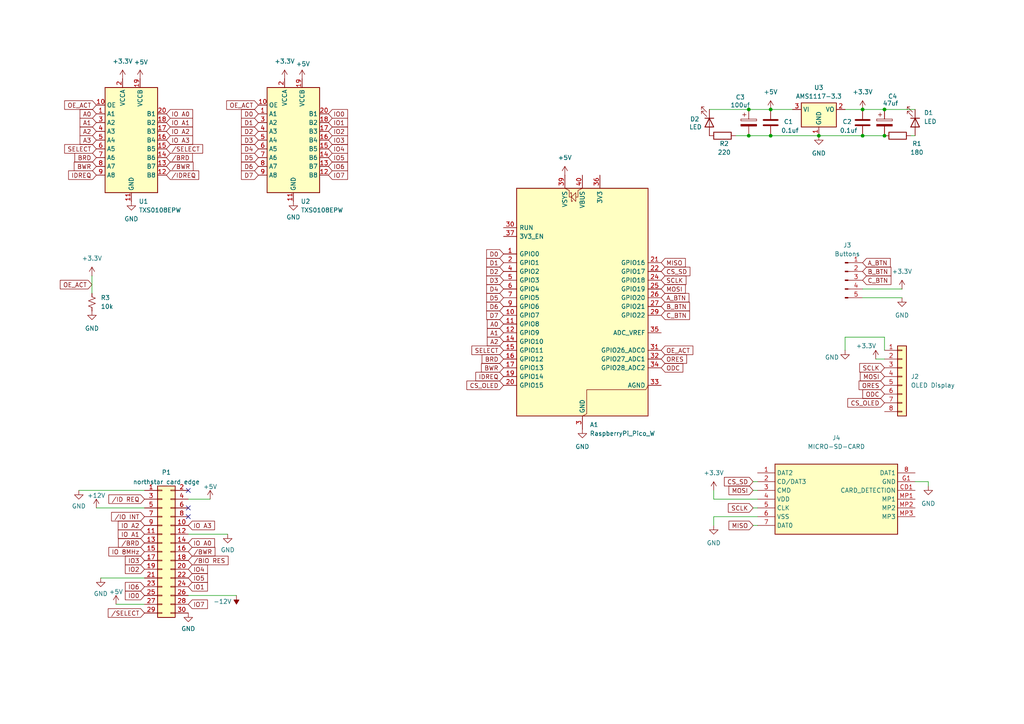
<source format=kicad_sch>
(kicad_sch (version 20250114) (generator "eeschema") (generator_version "9.0")
  (paper "A4")
  (title_block (title "NorthStar Advantage Disk Emulator") (date "2025-06-16") (rev "0.1") (company "Carlos & Evan "))
  (lib_symbols
    (symbol "+5V_1" (power) (pin_numbers (hide yes)) (pin_names (offset 0) (hide yes))
      (property "Value" "+5V" (at 0 3.556 0))
      (symbol "+5V_1_0_1"
        (polyline (pts (xy -0.762 1.27) (xy 0 2.54)))
        (polyline (pts (xy 0 2.54) (xy 0.762 1.27)))
        (polyline (pts (xy 0 0) (xy 0 2.54)))
      )
      (symbol "+5V_1_1_1"
        (pin power_in line (at 0 0 90) (length 0) (name "~") (number "1"))
      )
    )
    (symbol "+5V_2" (power) (pin_numbers (hide yes)) (pin_names (offset 0) (hide yes))
      (property "Value" "+5V" (at 0 3.556 0))
      (symbol "+5V_2_0_1"
        (polyline (pts (xy -0.762 1.27) (xy 0 2.54)))
        (polyline (pts (xy 0 2.54) (xy 0.762 1.27)))
        (polyline (pts (xy 0 0) (xy 0 2.54)))
      )
      (symbol "+5V_2_1_1"
        (pin power_in line (at 0 0 90) (length 0) (name "~") (number "1"))
      )
    )
    (symbol "+5V_3" (power) (pin_numbers (hide yes)) (pin_names (offset 0) (hide yes))
      (property "Value" "+5V" (at 0 3.556 0))
      (symbol "+5V_3_0_1"
        (polyline (pts (xy -0.762 1.27) (xy 0 2.54)))
        (polyline (pts (xy 0 2.54) (xy 0.762 1.27)))
        (polyline (pts (xy 0 0) (xy 0 2.54)))
      )
      (symbol "+5V_3_1_1"
        (pin power_in line (at 0 0 90) (length 0) (name "~") (number "1"))
      )
    )
    (symbol "Connector:Conn_01x05_Pin" (pin_names (offset 1.016) (hide yes))
      (property "Reference" "J" (at 0 7.62 0))
      (property "Value" "Conn_01x05_Pin" (at 0 -7.62 0))
      (symbol "Conn_01x05_Pin_1_1"
        (rectangle (start 0.8636 5.207) (end 0 4.953) (stroke (width 0.1524)) (fill (type outline)))
        (rectangle (start 0.8636 2.667) (end 0 2.413) (stroke (width 0.1524)) (fill (type outline)))
        (rectangle (start 0.8636 0.127) (end 0 -0.127) (stroke (width 0.1524)) (fill (type outline)))
        (rectangle (start 0.8636 -2.413) (end 0 -2.667) (stroke (width 0.1524)) (fill (type outline)))
        (rectangle (start 0.8636 -4.953) (end 0 -5.207) (stroke (width 0.1524)) (fill (type outline)))
        (polyline (pts (xy 1.27 5.08) (xy 0.8636 5.08)) (stroke (width 0.1524)))
        (polyline (pts (xy 1.27 2.54) (xy 0.8636 2.54)) (stroke (width 0.1524)))
        (polyline (pts (xy 1.27 0) (xy 0.8636 0)) (stroke (width 0.1524)))
        (polyline (pts (xy 1.27 -2.54) (xy 0.8636 -2.54)) (stroke (width 0.1524)))
        (polyline (pts (xy 1.27 -5.08) (xy 0.8636 -5.08)) (stroke (width 0.1524)))
        (pin passive line (at 5.08 5.08 180) (length 3.81) (name "Pin_1") (number "1"))
        (pin passive line (at 5.08 2.54 180) (length 3.81) (name "Pin_2") (number "2"))
        (pin passive line (at 5.08 0 180) (length 3.81) (name "Pin_3") (number "3"))
        (pin passive line (at 5.08 -2.54 180) (length 3.81) (name "Pin_4") (number "4"))
        (pin passive line (at 5.08 -5.08 180) (length 3.81) (name "Pin_5") (number "5"))
      )
    )
    (symbol "Connector_Generic:Conn_01x08" (pin_names (offset 1.016) (hide yes))
      (property "Reference" "J" (at 0 10.16 0))
      (property "Value" "Conn_01x08" (at 0 -12.7 0))
      (symbol "Conn_01x08_1_1"
        (rectangle (start -1.27 8.89) (end 1.27 -11.43) (stroke (width 0.254)) (fill (type background)))
        (rectangle (start -1.27 7.747) (end 0 7.493) (stroke (width 0.1524)))
        (rectangle (start -1.27 5.207) (end 0 4.953) (stroke (width 0.1524)))
        (rectangle (start -1.27 2.667) (end 0 2.413) (stroke (width 0.1524)))
        (rectangle (start -1.27 0.127) (end 0 -0.127) (stroke (width 0.1524)))
        (rectangle (start -1.27 -2.413) (end 0 -2.667) (stroke (width 0.1524)))
        (rectangle (start -1.27 -4.953) (end 0 -5.207) (stroke (width 0.1524)))
        (rectangle (start -1.27 -7.493) (end 0 -7.747) (stroke (width 0.1524)))
        (rectangle (start -1.27 -10.033) (end 0 -10.287) (stroke (width 0.1524)))
        (pin passive line (at -5.08 7.62 0) (length 3.81) (name "Pin_1") (number "1"))
        (pin passive line (at -5.08 5.08 0) (length 3.81) (name "Pin_2") (number "2"))
        (pin passive line (at -5.08 2.54 0) (length 3.81) (name "Pin_3") (number "3"))
        (pin passive line (at -5.08 0 0) (length 3.81) (name "Pin_4") (number "4"))
        (pin passive line (at -5.08 -2.54 0) (length 3.81) (name "Pin_5") (number "5"))
        (pin passive line (at -5.08 -5.08 0) (length 3.81) (name "Pin_6") (number "6"))
        (pin passive line (at -5.08 -7.62 0) (length 3.81) (name "Pin_7") (number "7"))
        (pin passive line (at -5.08 -10.16 0) (length 3.81) (name "Pin_8") (number "8"))
      )
    )
    (symbol "Connector_Generic:Conn_02x15_Odd_Even" (pin_names (offset 1.016) (hide yes))
      (property "Reference" "J" (at 1.27 20.32 0))
      (property "Value" "Conn_02x15_Odd_Even" (at 1.27 -20.32 0))
      (symbol "Conn_02x15_Odd_Even_1_1"
        (rectangle (start -1.27 19.05) (end 3.81 -19.05) (stroke (width 0.254)) (fill (type background)))
        (rectangle (start -1.27 17.907) (end 0 17.653) (stroke (width 0.1524)))
        (rectangle (start -1.27 15.367) (end 0 15.113) (stroke (width 0.1524)))
        (rectangle (start -1.27 12.827) (end 0 12.573) (stroke (width 0.1524)))
        (rectangle (start -1.27 10.287) (end 0 10.033) (stroke (width 0.1524)))
        (rectangle (start -1.27 7.747) (end 0 7.493) (stroke (width 0.1524)))
        (rectangle (start -1.27 5.207) (end 0 4.953) (stroke (width 0.1524)))
        (rectangle (start -1.27 2.667) (end 0 2.413) (stroke (width 0.1524)))
        (rectangle (start -1.27 0.127) (end 0 -0.127) (stroke (width 0.1524)))
        (rectangle (start -1.27 -2.413) (end 0 -2.667) (stroke (width 0.1524)))
        (rectangle (start -1.27 -4.953) (end 0 -5.207) (stroke (width 0.1524)))
        (rectangle (start -1.27 -7.493) (end 0 -7.747) (stroke (width 0.1524)))
        (rectangle (start -1.27 -10.033) (end 0 -10.287) (stroke (width 0.1524)))
        (rectangle (start -1.27 -12.573) (end 0 -12.827) (stroke (width 0.1524)))
        (rectangle (start -1.27 -15.113) (end 0 -15.367) (stroke (width 0.1524)))
        (rectangle (start -1.27 -17.653) (end 0 -17.907) (stroke (width 0.1524)))
        (rectangle (start 3.81 17.907) (end 2.54 17.653) (stroke (width 0.1524)))
        (rectangle (start 3.81 15.367) (end 2.54 15.113) (stroke (width 0.1524)))
        (rectangle (start 3.81 12.827) (end 2.54 12.573) (stroke (width 0.1524)))
        (rectangle (start 3.81 10.287) (end 2.54 10.033) (stroke (width 0.1524)))
        (rectangle (start 3.81 7.747) (end 2.54 7.493) (stroke (width 0.1524)))
        (rectangle (start 3.81 5.207) (end 2.54 4.953) (stroke (width 0.1524)))
        (rectangle (start 3.81 2.667) (end 2.54 2.413) (stroke (width 0.1524)))
        (rectangle (start 3.81 0.127) (end 2.54 -0.127) (stroke (width 0.1524)))
        (rectangle (start 3.81 -2.413) (end 2.54 -2.667) (stroke (width 0.1524)))
        (rectangle (start 3.81 -4.953) (end 2.54 -5.207) (stroke (width 0.1524)))
        (rectangle (start 3.81 -7.493) (end 2.54 -7.747) (stroke (width 0.1524)))
        (rectangle (start 3.81 -10.033) (end 2.54 -10.287) (stroke (width 0.1524)))
        (rectangle (start 3.81 -12.573) (end 2.54 -12.827) (stroke (width 0.1524)))
        (rectangle (start 3.81 -15.113) (end 2.54 -15.367) (stroke (width 0.1524)))
        (rectangle (start 3.81 -17.653) (end 2.54 -17.907) (stroke (width 0.1524)))
        (pin passive line (at -5.08 17.78 0) (length 3.81) (name "Pin_1") (number "1"))
        (pin passive line (at -5.08 15.24 0) (length 3.81) (name "Pin_3") (number "3"))
        (pin passive line (at -5.08 12.7 0) (length 3.81) (name "Pin_5") (number "5"))
        (pin passive line (at -5.08 10.16 0) (length 3.81) (name "Pin_7") (number "7"))
        (pin passive line (at -5.08 7.62 0) (length 3.81) (name "Pin_9") (number "9"))
        (pin passive line (at -5.08 5.08 0) (length 3.81) (name "Pin_11") (number "11"))
        (pin passive line (at -5.08 2.54 0) (length 3.81) (name "Pin_13") (number "13"))
        (pin passive line (at -5.08 0 0) (length 3.81) (name "Pin_15") (number "15"))
        (pin passive line (at -5.08 -2.54 0) (length 3.81) (name "Pin_17") (number "17"))
        (pin passive line (at -5.08 -5.08 0) (length 3.81) (name "Pin_19") (number "19"))
        (pin passive line (at -5.08 -7.62 0) (length 3.81) (name "Pin_21") (number "21"))
        (pin passive line (at -5.08 -10.16 0) (length 3.81) (name "Pin_23") (number "23"))
        (pin passive line (at -5.08 -12.7 0) (length 3.81) (name "Pin_25") (number "25"))
        (pin passive line (at -5.08 -15.24 0) (length 3.81) (name "Pin_27") (number "27"))
        (pin passive line (at -5.08 -17.78 0) (length 3.81) (name "Pin_29") (number "29"))
        (pin passive line (at 7.62 17.78 180) (length 3.81) (name "Pin_2") (number "2"))
        (pin passive line (at 7.62 15.24 180) (length 3.81) (name "Pin_4") (number "4"))
        (pin passive line (at 7.62 12.7 180) (length 3.81) (name "Pin_6") (number "6"))
        (pin passive line (at 7.62 10.16 180) (length 3.81) (name "Pin_8") (number "8"))
        (pin passive line (at 7.62 7.62 180) (length 3.81) (name "Pin_10") (number "10"))
        (pin passive line (at 7.62 5.08 180) (length 3.81) (name "Pin_12") (number "12"))
        (pin passive line (at 7.62 2.54 180) (length 3.81) (name "Pin_14") (number "14"))
        (pin passive line (at 7.62 0 180) (length 3.81) (name "Pin_16") (number "16"))
        (pin passive line (at 7.62 -2.54 180) (length 3.81) (name "Pin_18") (number "18"))
        (pin passive line (at 7.62 -5.08 180) (length 3.81) (name "Pin_20") (number "20"))
        (pin passive line (at 7.62 -7.62 180) (length 3.81) (name "Pin_22") (number "22"))
        (pin passive line (at 7.62 -10.16 180) (length 3.81) (name "Pin_24") (number "24"))
        (pin passive line (at 7.62 -12.7 180) (length 3.81) (name "Pin_26") (number "26"))
        (pin passive line (at 7.62 -15.24 180) (length 3.81) (name "Pin_28") (number "28"))
        (pin passive line (at 7.62 -17.78 180) (length 3.81) (name "Pin_30") (number "30"))
      )
    )
    (symbol "Device:C" (pin_numbers (hide yes)) (pin_names (offset 0.254))
      (property "Reference" "C" (at 0.635 2.54 0))
      (property "Value" "C" (at 0.635 -2.54 0))
      (symbol "C_0_1"
        (polyline (pts (xy -2.032 0.762) (xy 2.032 0.762)) (stroke (width 0.508)))
        (polyline (pts (xy -2.032 -0.762) (xy 2.032 -0.762)) (stroke (width 0.508)))
      )
      (symbol "C_1_1"
        (pin passive line (at 0 3.81 270) (length 2.794) (name "~") (number "1"))
        (pin passive line (at 0 -3.81 90) (length 2.794) (name "~") (number "2"))
      )
    )
    (symbol "Device:C_Polarized" (pin_numbers (hide yes)) (pin_names (offset 0.254))
      (property "Reference" "C" (at 0.635 2.54 0))
      (property "Value" "C_Polarized" (at 0.635 -2.54 0))
      (symbol "C_Polarized_0_1"
        (rectangle (start -2.286 0.508) (end 2.286 1.016))
        (polyline (pts (xy -1.778 2.286) (xy -0.762 2.286)))
        (polyline (pts (xy -1.27 2.794) (xy -1.27 1.778)))
        (rectangle (start 2.286 -0.508) (end -2.286 -1.016) (fill (type outline)))
      )
      (symbol "C_Polarized_1_1"
        (pin passive line (at 0 3.81 270) (length 2.794) (name "~") (number "1"))
        (pin passive line (at 0 -3.81 90) (length 2.794) (name "~") (number "2"))
      )
    )
    (symbol "Device:LED" (pin_numbers (hide yes)) (pin_names (offset 1.016) (hide yes))
      (property "Reference" "D" (at 0 2.54 0))
      (property "Value" "LED" (at 0 -2.54 0))
      (symbol "LED_0_1"
        (polyline (pts (xy -3.048 -0.762) (xy -4.572 -2.286) (xy -3.81 -2.286) (xy -4.572 -2.286) (xy -4.572 -1.524)))
        (polyline (pts (xy -1.778 -0.762) (xy -3.302 -2.286) (xy -2.54 -2.286) (xy -3.302 -2.286) (xy -3.302 -1.524)))
        (polyline (pts (xy -1.27 0) (xy 1.27 0)))
        (polyline (pts (xy -1.27 -1.27) (xy -1.27 1.27)) (stroke (width 0.254)))
        (polyline (pts (xy 1.27 -1.27) (xy 1.27 1.27) (xy -1.27 0) (xy 1.27 -1.27)) (stroke (width 0.254)))
      )
      (symbol "LED_1_1"
        (pin passive line (at -3.81 0 0) (length 2.54) (name "K") (number "1"))
        (pin passive line (at 3.81 0 180) (length 2.54) (name "A") (number "2"))
      )
    )
    (symbol "Device:R" (pin_numbers (hide yes)) (pin_names (offset 0))
      (property "Reference" "R" (at 2.032 0 90))
      (property "Value" "R" (at 0 0 90))
      (symbol "R_0_1"
        (rectangle (start -1.016 -2.54) (end 1.016 2.54) (stroke (width 0.254)))
      )
      (symbol "R_1_1"
        (pin passive line (at 0 3.81 270) (length 1.27) (name "~") (number "1"))
        (pin passive line (at 0 -3.81 90) (length 1.27) (name "~") (number "2"))
      )
    )
    (symbol "Device:R_Small_US" (pin_numbers (hide yes)) (pin_names (offset 0.254) (hide yes))
      (property "Reference" "R" (at 0.762 0.508 0))
      (property "Value" "R_Small_US" (at 0.762 -1.016 0))
      (symbol "R_Small_US_1_1"
        (polyline (pts (xy 0 1.524) (xy 1.016 1.143) (xy 0 0.762) (xy -1.016 0.381) (xy 0 0)))
        (polyline (pts (xy 0 0) (xy 1.016 -0.381) (xy 0 -0.762) (xy -1.016 -1.143) (xy 0 -1.524)))
        (pin passive line (at 0 2.54 270) (length 1.016) (name "~") (number "1"))
        (pin passive line (at 0 -2.54 90) (length 1.016) (name "~") (number "2"))
      )
    )
    (symbol "GND_1" (power) (pin_numbers (hide yes)) (pin_names (offset 0) (hide yes))
      (property "Value" "GND" (at 0 -3.81 0))
      (symbol "GND_1_0_1"
        (polyline (pts (xy 0 0) (xy 0 -1.27) (xy 1.27 -1.27) (xy 0 -2.54) (xy -1.27 -1.27) (xy 0 -1.27)))
      )
      (symbol "GND_1_1_1"
        (pin power_in line (at 0 0 270) (length 0) (name "~") (number "1"))
      )
    )
    (symbol "GND_2" (power) (pin_numbers (hide yes)) (pin_names (offset 0) (hide yes))
      (property "Value" "GND" (at 0 -3.81 0))
      (symbol "GND_2_0_1"
        (polyline (pts (xy 0 0) (xy 0 -1.27) (xy 1.27 -1.27) (xy 0 -2.54) (xy -1.27 -1.27) (xy 0 -1.27)))
      )
      (symbol "GND_2_1_1"
        (pin power_in line (at 0 0 270) (length 0) (name "~") (number "1"))
      )
    )
    (symbol "GND_3" (power) (pin_numbers (hide yes)) (pin_names (offset 0) (hide yes))
      (property "Value" "GND" (at 0 -3.81 0))
      (symbol "GND_3_0_1"
        (polyline (pts (xy 0 0) (xy 0 -1.27) (xy 1.27 -1.27) (xy 0 -2.54) (xy -1.27 -1.27) (xy 0 -1.27)))
      )
      (symbol "GND_3_1_1"
        (pin power_in line (at 0 0 270) (length 0) (name "~") (number "1"))
      )
    )
    (symbol "GND_4" (power) (pin_numbers (hide yes)) (pin_names (offset 0) (hide yes))
      (property "Value" "GND" (at 0 -3.81 0))
      (symbol "GND_4_0_1"
        (polyline (pts (xy 0 0) (xy 0 -1.27) (xy 1.27 -1.27) (xy 0 -2.54) (xy -1.27 -1.27) (xy 0 -1.27)))
      )
      (symbol "GND_4_1_1"
        (pin power_in line (at 0 0 270) (length 0) (name "~") (number "1"))
      )
    )
    (symbol "GND_5" (power) (pin_numbers (hide yes)) (pin_names (offset 0) (hide yes))
      (property "Value" "GND" (at 0 -3.81 0))
      (symbol "GND_5_0_1"
        (polyline (pts (xy 0 0) (xy 0 -1.27) (xy 1.27 -1.27) (xy 0 -2.54) (xy -1.27 -1.27) (xy 0 -1.27)))
      )
      (symbol "GND_5_1_1"
        (pin power_in line (at 0 0 270) (length 0) (name "~") (number "1"))
      )
    )
    (symbol "GND_6" (power) (pin_numbers (hide yes)) (pin_names (offset 0) (hide yes))
      (property "Value" "GND" (at 0 -3.81 0))
      (symbol "GND_6_0_1"
        (polyline (pts (xy 0 0) (xy 0 -1.27) (xy 1.27 -1.27) (xy 0 -2.54) (xy -1.27 -1.27) (xy 0 -1.27)))
      )
      (symbol "GND_6_1_1"
        (pin power_in line (at 0 0 270) (length 0) (name "~") (number "1"))
      )
    )
    (symbol "GND_8" (power) (pin_numbers (hide yes)) (pin_names (offset 0) (hide yes))
      (property "Value" "GND" (at 0 -3.81 0))
      (symbol "GND_8_0_1"
        (polyline (pts (xy 0 0) (xy 0 -1.27) (xy 1.27 -1.27) (xy 0 -2.54) (xy -1.27 -1.27) (xy 0 -1.27)))
      )
      (symbol "GND_8_1_1"
        (pin power_in line (at 0 0 270) (length 0) (name "~") (number "1"))
      )
    )
    (symbol "Logic_LevelTranslator:TXS0108EPW"
      (property "Reference" "U" (at -6.35 16.51 0))
      (property "Value" "TXS0108EPW" (at 3.81 16.51 0))
      (symbol "TXS0108EPW_0_1"
        (rectangle (start -7.62 15.24) (end 7.62 -15.24) (stroke (width 0.254)) (fill (type background)))
      )
      (symbol "TXS0108EPW_1_1"
        (pin input line (at -10.16 10.16 0) (length 2.54) (name "OE") (number "10"))
        (pin bidirectional line (at -10.16 7.62 0) (length 2.54) (name "A1") (number "1"))
        (pin bidirectional line (at -10.16 5.08 0) (length 2.54) (name "A2") (number "3"))
        (pin bidirectional line (at -10.16 2.54 0) (length 2.54) (name "A3") (number "4"))
        (pin bidirectional line (at -10.16 0 0) (length 2.54) (name "A4") (number "5"))
        (pin bidirectional line (at -10.16 -2.54 0) (length 2.54) (name "A5") (number "6"))
        (pin bidirectional line (at -10.16 -5.08 0) (length 2.54) (name "A6") (number "7"))
        (pin bidirectional line (at -10.16 -7.62 0) (length 2.54) (name "A7") (number "8"))
        (pin bidirectional line (at -10.16 -10.16 0) (length 2.54) (name "A8") (number "9"))
        (pin power_in line (at -2.54 17.78 270) (length 2.54) (name "VCCA") (number "2"))
        (pin power_in line (at 0 -17.78 90) (length 2.54) (name "GND") (number "11"))
        (pin power_in line (at 2.54 17.78 270) (length 2.54) (name "VCCB") (number "19"))
        (pin bidirectional line (at 10.16 7.62 180) (length 2.54) (name "B1") (number "20"))
        (pin bidirectional line (at 10.16 5.08 180) (length 2.54) (name "B2") (number "18"))
        (pin bidirectional line (at 10.16 2.54 180) (length 2.54) (name "B3") (number "17"))
        (pin bidirectional line (at 10.16 0 180) (length 2.54) (name "B4") (number "16"))
        (pin bidirectional line (at 10.16 -2.54 180) (length 2.54) (name "B5") (number "15"))
        (pin bidirectional line (at 10.16 -5.08 180) (length 2.54) (name "B6") (number "14"))
        (pin bidirectional line (at 10.16 -7.62 180) (length 2.54) (name "B7") (number "13"))
        (pin bidirectional line (at 10.16 -10.16 180) (length 2.54) (name "B8") (number "12"))
      )
    )
    (symbol "MCU_Module:RaspberryPi_Pico_W" (pin_names (offset 0.762))
      (property "Reference" "A" (at -19.05 35.56 0))
      (property "Value" "RaspberryPi_Pico_W" (at 7.62 35.56 0))
      (symbol "RaspberryPi_Pico_W_0_1"
        (rectangle (start -19.05 34.29) (end 19.05 -31.75) (stroke (width 0.254)) (fill (type background)))
        (polyline (pts (xy -5.08 34.29) (xy -3.81 33.655) (xy -3.81 31.75) (xy -3.175 31.75)))
        (polyline (pts (xy -3.429 32.766) (xy -3.429 33.02) (xy -3.175 33.02) (xy -3.175 30.48) (xy -2.921 30.48) (xy -2.921 30.734)))
        (polyline (pts (xy -3.175 31.75) (xy -1.905 33.02) (xy -1.905 30.48) (xy -3.175 31.75)))
        (polyline (pts (xy 0 34.29) (xy -1.27 33.655) (xy -1.27 31.75) (xy -1.905 31.75)))
        (polyline (pts (xy 0 -31.75) (xy 1.27 -31.115) (xy 1.27 -24.13) (xy 18.415 -24.13) (xy 19.05 -22.86)))
      )
      (symbol "RaspberryPi_Pico_W_1_1"
        (pin passive line (at -22.86 22.86 0) (length 3.81) (name "RUN") (number "30"))
        (pin passive line (at -22.86 20.32 0) (length 3.81) (name "3V3_EN") (number "37"))
        (pin bidirectional line (at -22.86 15.24 0) (length 3.81) (name "GPIO0") (number "1"))
        (pin bidirectional line (at -22.86 12.7 0) (length 3.81) (name "GPIO1") (number "2"))
        (pin bidirectional line (at -22.86 10.16 0) (length 3.81) (name "GPIO2") (number "4"))
        (pin bidirectional line (at -22.86 7.62 0) (length 3.81) (name "GPIO3") (number "5"))
        (pin bidirectional line (at -22.86 5.08 0) (length 3.81) (name "GPIO4") (number "6"))
        (pin bidirectional line (at -22.86 2.54 0) (length 3.81) (name "GPIO5") (number "7"))
        (pin bidirectional line (at -22.86 0 0) (length 3.81) (name "GPIO6") (number "9"))
        (pin bidirectional line (at -22.86 -2.54 0) (length 3.81) (name "GPIO7") (number "10"))
        (pin bidirectional line (at -22.86 -5.08 0) (length 3.81) (name "GPIO8") (number "11"))
        (pin bidirectional line (at -22.86 -7.62 0) (length 3.81) (name "GPIO9") (number "12"))
        (pin bidirectional line (at -22.86 -10.16 0) (length 3.81) (name "GPIO10") (number "14"))
        (pin bidirectional line (at -22.86 -12.7 0) (length 3.81) (name "GPIO11") (number "15"))
        (pin bidirectional line (at -22.86 -15.24 0) (length 3.81) (name "GPIO12") (number "16"))
        (pin bidirectional line (at -22.86 -17.78 0) (length 3.81) (name "GPIO13") (number "17"))
        (pin bidirectional line (at -22.86 -20.32 0) (length 3.81) (name "GPIO14") (number "19"))
        (pin bidirectional line (at -22.86 -22.86 0) (length 3.81) (name "GPIO15") (number "20"))
        (pin power_in line (at -5.08 38.1 270) (length 3.81) (name "VSYS") (number "39"))
        (pin power_out line (at 0 38.1 270) (length 3.81) (name "VBUS") (number "40"))
        (pin passive line (at 0 -35.56 90) (length 3.81) (hide yes) (name "GND") (number "13"))
        (pin passive line (at 0 -35.56 90) (length 3.81) (hide yes) (name "GND") (number "18"))
        (pin passive line (at 0 -35.56 90) (length 3.81) (hide yes) (name "GND") (number "23"))
        (pin passive line (at 0 -35.56 90) (length 3.81) (hide yes) (name "GND") (number "28"))
        (pin power_out line (at 0 -35.56 90) (length 3.81) (name "GND") (number "3"))
        (pin passive line (at 0 -35.56 90) (length 3.81) (hide yes) (name "GND") (number "38"))
        (pin passive line (at 0 -35.56 90) (length 3.81) (hide yes) (name "GND") (number "8"))
        (pin power_out line (at 5.08 38.1 270) (length 3.81) (name "3V3") (number "36"))
        (pin bidirectional line (at 22.86 12.7 180) (length 3.81) (name "GPIO16") (number "21"))
        (pin bidirectional line (at 22.86 10.16 180) (length 3.81) (name "GPIO17") (number "22"))
        (pin bidirectional line (at 22.86 7.62 180) (length 3.81) (name "GPIO18") (number "24"))
        (pin bidirectional line (at 22.86 5.08 180) (length 3.81) (name "GPIO19") (number "25"))
        (pin bidirectional line (at 22.86 2.54 180) (length 3.81) (name "GPIO20") (number "26"))
        (pin bidirectional line (at 22.86 0 180) (length 3.81) (name "GPIO21") (number "27"))
        (pin bidirectional line (at 22.86 -2.54 180) (length 3.81) (name "GPIO22") (number "29"))
        (pin power_in line (at 22.86 -7.62 180) (length 3.81) (name "ADC_VREF") (number "35"))
        (pin bidirectional line (at 22.86 -12.7 180) (length 3.81) (name "GPIO26_ADC0") (number "31"))
        (pin bidirectional line (at 22.86 -15.24 180) (length 3.81) (name "GPIO27_ADC1") (number "32"))
        (pin bidirectional line (at 22.86 -17.78 180) (length 3.81) (name "GPIO28_ADC2") (number "34"))
        (pin power_out line (at 22.86 -22.86 180) (length 3.81) (name "AGND") (number "33"))
      )
    )
    (symbol "Regulator_Linear:AMS1117-3.3"
      (property "Reference" "U" (at -3.81 3.175 0))
      (property "Value" "AMS1117-3.3" (at 0 3.175 0))
      (symbol "AMS1117-3.3_0_1"
        (rectangle (start -5.08 -5.08) (end 5.08 1.905) (stroke (width 0.254)) (fill (type background)))
      )
      (symbol "AMS1117-3.3_1_1"
        (pin power_in line (at -7.62 0 0) (length 2.54) (name "VI") (number "3"))
        (pin power_in line (at 0 -7.62 90) (length 2.54) (name "GND") (number "1"))
        (pin power_out line (at 7.62 0 180) (length 2.54) (name "VO") (number "2"))
      )
    )
    (symbol "ns_disk_k:MICRO-SD-CARD"
      (property "Reference" "J" (at 41.91 7.62 0))
      (property "Value" "MICRO-SD-CARD" (at 41.91 5.08 0))
      (property "Footprint" "MICROSDCARD" (at 41.91 -94.92 0))
      (symbol "MICRO-SD-CARD_1_1"
        (rectangle (start 5.08 2.54) (end 40.64 -17.78) (stroke (width 0.254)) (fill (type background)))
        (pin passive line (at 0 0 0) (length 5.08) (name "DAT2") (number "1"))
        (pin passive line (at 0 -2.54 0) (length 5.08) (name "CD/DAT3") (number "2"))
        (pin passive line (at 0 -5.08 0) (length 5.08) (name "CMD") (number "3"))
        (pin passive line (at 0 -7.62 0) (length 5.08) (name "VDD") (number "4"))
        (pin passive line (at 0 -10.16 0) (length 5.08) (name "CLK") (number "5"))
        (pin passive line (at 0 -12.7 0) (length 5.08) (name "VSS") (number "6"))
        (pin passive line (at 0 -15.24 0) (length 5.08) (name "DAT0") (number "7"))
        (pin passive line (at 45.72 0 180) (length 5.08) (name "DAT1") (number "8"))
        (pin passive line (at 45.72 -2.54 180) (length 5.08) (name "GND") (number "G1"))
        (pin passive line (at 45.72 -5.08 180) (length 5.08) (name "CARD_DETECTION") (number "CD1"))
        (pin passive line (at 45.72 -7.62 180) (length 5.08) (name "MP1") (number "MP1"))
        (pin passive line (at 45.72 -10.16 180) (length 5.08) (name "MP2") (number "MP2"))
        (pin passive line (at 45.72 -12.7 180) (length 5.08) (name "MP3") (number "MP3"))
      )
    )
    (symbol "power:+12V" (power) (pin_names (offset 0))
      (property "Value" "+12V" (at 0 3.556 0))
      (symbol "+12V_0_1"
        (polyline (pts (xy -0.762 1.27) (xy 0 2.54)))
        (polyline (pts (xy 0 2.54) (xy 0.762 1.27)))
        (polyline (pts (xy 0 0) (xy 0 2.54)))
      )
      (symbol "+12V_1_1"
        (pin power_in line (at 0 0 90) (length 0) (hide yes) (name "+12V") (number "1"))
      )
    )
    (symbol "power:+3.3V" (power) (pin_numbers (hide yes)) (pin_names (offset 0) (hide yes))
      (property "Value" "+3.3V" (at 0 3.556 0))
      (symbol "+3.3V_0_1"
        (polyline (pts (xy -0.762 1.27) (xy 0 2.54)))
        (polyline (pts (xy 0 2.54) (xy 0.762 1.27)))
        (polyline (pts (xy 0 0) (xy 0 2.54)))
      )
      (symbol "+3.3V_1_1"
        (pin power_in line (at 0 0 90) (length 0) (name "~") (number "1"))
      )
    )
    (symbol "power:+5V" (power) (pin_names (offset 0))
      (property "Value" "+5V" (at 0 3.556 0))
      (symbol "+5V_0_1"
        (polyline (pts (xy -0.762 1.27) (xy 0 2.54)))
        (polyline (pts (xy 0 2.54) (xy 0.762 1.27)))
        (polyline (pts (xy 0 0) (xy 0 2.54)))
      )
      (symbol "+5V_1_1"
        (pin power_in line (at 0 0 90) (length 0) (hide yes) (name "+5V") (number "1"))
      )
    )
    (symbol "power:-12V" (power) (pin_names (offset 0))
      (property "Value" "-12V" (at 0 3.81 0))
      (symbol "-12V_0_0"
        (pin power_in line (at 0 0 90) (length 0) (hide yes) (name "-12V") (number "1"))
      )
      (symbol "-12V_0_1"
        (polyline (pts (xy 0 0) (xy 0 1.27) (xy 0.762 1.27) (xy 0 2.54) (xy -0.762 1.27) (xy 0 1.27)) (fill (type outline)))
      )
    )
    (symbol "power:GND" (power) (pin_names (offset 0))
      (property "Value" "GND" (at 0 -3.81 0))
      (symbol "GND_0_1"
        (polyline (pts (xy 0 0) (xy 0 -1.27) (xy 1.27 -1.27) (xy 0 -2.54) (xy -1.27 -1.27) (xy 0 -1.27)))
      )
      (symbol "GND_1_1"
        (pin power_in line (at 0 0 270) (length 0) (hide yes) (name "GND") (number "1"))
      )
    )
  )
  (junction (at 223.52 31.75))
  (junction (at 217.17 31.75))
  (junction (at 223.52 39.37))
  (junction (at 250.19 31.75))
  (junction (at 256.54 39.37))
  (junction (at 250.19 39.37))
  (junction (at 256.54 31.75))
  (junction (at 237.49 39.37))
  (junction (at 217.17 39.37))
  (no_connect (at 54.61 149.86))
  (no_connect (at 54.61 147.32))
  (no_connect (at 54.61 142.24))
  (wire (pts (xy 219.71 139.7) (xy 218.44 139.7)))
  (wire (pts (xy 33.655 175.26) (xy 41.91 175.26)))
  (wire (pts (xy 213.36 39.37) (xy 217.17 39.37)))
  (wire (pts (xy 219.71 147.32) (xy 218.44 147.32)))
  (wire (pts (xy 219.71 142.24) (xy 218.44 142.24)))
  (wire (pts (xy 265.43 139.7) (xy 269.24 139.7)))
  (wire (pts (xy 237.49 39.37) (xy 250.19 39.37)))
  (wire (pts (xy 265.43 39.37) (xy 264.16 39.37)))
  (wire (pts (xy 54.61 154.94) (xy 66.04 154.94)))
  (wire (pts (xy 22.86 142.24) (xy 41.91 142.24)))
  (wire (pts (xy 250.19 83.82) (xy 261.62 83.82)))
  (wire (pts (xy 54.61 172.72) (xy 68.58 172.72)))
  (wire (pts (xy 245.11 31.75) (xy 250.19 31.75)))
  (wire (pts (xy 254 104.14) (xy 256.54 104.14)))
  (wire (pts (xy 223.52 31.75) (xy 229.87 31.75)))
  (wire (pts (xy 250.19 86.36) (xy 261.62 86.36)))
  (wire (pts (xy 245.11 97.79) (xy 245.11 101.6)))
  (wire (pts (xy 207.01 144.78) (xy 219.71 144.78)))
  (wire (pts (xy 54.61 144.78) (xy 60.96 144.78)))
  (wire (pts (xy 219.71 149.86) (xy 207.01 149.86)))
  (wire (pts (xy 256.54 39.37) (xy 250.19 39.37)))
  (wire (pts (xy 207.01 144.78) (xy 207.01 142.24)))
  (wire (pts (xy 26.67 80.01) (xy 26.67 85.09)))
  (wire (pts (xy 41.91 167.64) (xy 29.21 167.64)))
  (wire (pts (xy 205.74 31.75) (xy 217.17 31.75)))
  (wire (pts (xy 269.24 139.7) (xy 269.24 140.97)))
  (wire (pts (xy 223.52 39.37) (xy 237.49 39.37)))
  (wire (pts (xy 219.71 152.4) (xy 218.44 152.4)))
  (wire (pts (xy 256.54 97.79) (xy 256.54 101.6)))
  (wire (pts (xy 217.17 31.75) (xy 223.52 31.75)))
  (wire (pts (xy 217.17 39.37) (xy 223.52 39.37)))
  (wire (pts (xy 256.54 31.75) (xy 265.43 31.75)))
  (wire (pts (xy 245.11 97.79) (xy 256.54 97.79)))
  (wire (pts (xy 27.94 147.32) (xy 41.91 147.32)))
  (wire (pts (xy 207.01 149.86) (xy 207.01 152.4)))
  (wire (pts (xy 250.19 31.75) (xy 256.54 31.75)))
  (global_label "C_BTN" (shape input) (at 250.19 81.28 0) (property "Intersheetrefs" "${INTERSHEET_REFS}" (effects (hide yes))))
  (global_label "D7" (shape input) (at 74.93 50.8 180) (property "Intersheetrefs" "${INTERSHEET_REFS}" (effects (hide yes))))
  (global_label "IO6" (shape input) (at 41.91 170.18 180) (property "Intersheetrefs" "${INTERSHEET_REFS}" (effects (hide yes))))
  (global_label "IO1" (shape input) (at 95.25 35.56 0) (property "Intersheetrefs" "${INTERSHEET_REFS}" (effects (hide yes))))
  (global_label "IO3" (shape input) (at 95.25 40.64 0) (property "Intersheetrefs" "${INTERSHEET_REFS}" (effects (hide yes))))
  (global_label "MISO" (shape input) (at 218.44 152.4 180) (property "Intersheetrefs" "${INTERSHEET_REFS}" (effects (hide yes))))
  (global_label "ODC" (shape input) (at 191.77 106.68 0) (property "Intersheetrefs" "${INTERSHEET_REFS}" (effects (hide yes))))
  (global_label "D5" (shape input) (at 146.05 86.36 180) (property "Intersheetrefs" "${INTERSHEET_REFS}" (effects (hide yes))))
  (global_label "D4" (shape input) (at 74.93 43.18 180) (property "Intersheetrefs" "${INTERSHEET_REFS}" (effects (hide yes))))
  (global_label "MOSI" (shape input) (at 191.77 83.82 0) (property "Intersheetrefs" "${INTERSHEET_REFS}" (effects (hide yes))))
  (global_label "IDREQ" (shape input) (at 146.05 109.22 180) (property "Intersheetrefs" "${INTERSHEET_REFS}" (effects (hide yes))))
  (global_label "{slash}BRD" (shape input) (at 41.91 157.48 180) (property "Intersheetrefs" "${INTERSHEET_REFS}" (effects (hide yes))))
  (global_label "SCLK" (shape input) (at 218.44 147.32 180) (property "Intersheetrefs" "${INTERSHEET_REFS}" (effects (hide yes))))
  (global_label "D4" (shape input) (at 146.05 83.82 180) (property "Intersheetrefs" "${INTERSHEET_REFS}" (effects (hide yes))))
  (global_label "D3" (shape input) (at 146.05 81.28 180) (property "Intersheetrefs" "${INTERSHEET_REFS}" (effects (hide yes))))
  (global_label "IO A2" (shape input) (at 41.91 152.4 180) (property "Intersheetrefs" "${INTERSHEET_REFS}" (effects (hide yes))))
  (global_label "IO A3" (shape input) (at 54.61 152.4 0) (property "Intersheetrefs" "${INTERSHEET_REFS}" (effects (hide yes))))
  (global_label "A0" (shape input) (at 146.05 93.98 180) (property "Intersheetrefs" "${INTERSHEET_REFS}" (effects (hide yes))))
  (global_label "D0" (shape input) (at 146.05 73.66 180) (property "Intersheetrefs" "${INTERSHEET_REFS}" (effects (hide yes))))
  (global_label "IO 8MHz" (shape input) (at 41.91 160.02 180) (property "Intersheetrefs" "${INTERSHEET_REFS}" (effects (hide yes))))
  (global_label "D3" (shape input) (at 74.93 40.64 180) (property "Intersheetrefs" "${INTERSHEET_REFS}" (effects (hide yes))))
  (global_label "{slash}BWR" (shape input) (at 54.61 160.02 0) (property "Intersheetrefs" "${INTERSHEET_REFS}" (effects (hide yes))))
  (global_label "{slash}BIO RES" (shape input) (at 54.61 162.56 0) (property "Intersheetrefs" "${INTERSHEET_REFS}" (effects (hide yes))))
  (global_label "CS_OLED" (shape input) (at 256.54 116.84 180) (property "Intersheetrefs" "${INTERSHEET_REFS}" (effects (hide yes))))
  (global_label "A1" (shape input) (at 146.05 96.52 180) (property "Intersheetrefs" "${INTERSHEET_REFS}" (effects (hide yes))))
  (global_label "IO2" (shape input) (at 95.25 38.1 0) (property "Intersheetrefs" "${INTERSHEET_REFS}" (effects (hide yes))))
  (global_label "IO1" (shape input) (at 54.61 170.18 0) (property "Intersheetrefs" "${INTERSHEET_REFS}" (effects (hide yes))))
  (global_label "A2" (shape input) (at 146.05 99.06 180) (property "Intersheetrefs" "${INTERSHEET_REFS}" (effects (hide yes))))
  (global_label "D5" (shape input) (at 74.93 45.72 180) (property "Intersheetrefs" "${INTERSHEET_REFS}" (effects (hide yes))))
  (global_label "{slash}ID REQ" (shape input) (at 41.91 144.78 180) (property "Intersheetrefs" "${INTERSHEET_REFS}" (effects (hide yes))))
  (global_label "CS_SD" (shape input) (at 218.44 139.7 180) (property "Intersheetrefs" "${INTERSHEET_REFS}" (effects (hide yes))))
  (global_label "D2" (shape input) (at 146.05 78.74 180) (property "Intersheetrefs" "${INTERSHEET_REFS}" (effects (hide yes))))
  (global_label "IO6" (shape input) (at 95.25 48.26 0) (property "Intersheetrefs" "${INTERSHEET_REFS}" (effects (hide yes))))
  (global_label "A_BTN" (shape input) (at 191.77 86.36 0) (property "Intersheetrefs" "${INTERSHEET_REFS}" (effects (hide yes))))
  (global_label "SELECT" (shape input) (at 27.94 43.18 180) (property "Intersheetrefs" "${INTERSHEET_REFS}" (effects (hide yes))))
  (global_label "IO7" (shape input) (at 95.25 50.8 0) (property "Intersheetrefs" "${INTERSHEET_REFS}" (effects (hide yes))))
  (global_label "BRD" (shape input) (at 27.94 45.72 180) (property "Intersheetrefs" "${INTERSHEET_REFS}" (effects (hide yes))))
  (global_label "D1" (shape input) (at 146.05 76.2 180) (property "Intersheetrefs" "${INTERSHEET_REFS}" (effects (hide yes))))
  (global_label "IO A0" (shape input) (at 54.61 157.48 0) (property "Intersheetrefs" "${INTERSHEET_REFS}" (effects (hide yes))))
  (global_label "IO4" (shape input) (at 54.61 165.1 0) (property "Intersheetrefs" "${INTERSHEET_REFS}" (effects (hide yes))))
  (global_label "{slash}BRD" (shape input) (at 48.26 45.72 0) (property "Intersheetrefs" "${INTERSHEET_REFS}" (effects (hide yes))))
  (global_label "A_BTN" (shape input) (at 250.19 76.2 0) (property "Intersheetrefs" "${INTERSHEET_REFS}" (effects (hide yes))))
  (global_label "{slash}BWR" (shape input) (at 48.26 48.26 0) (property "Intersheetrefs" "${INTERSHEET_REFS}" (effects (hide yes))))
  (global_label "{slash}IDREQ" (shape input) (at 48.26 50.8 0) (property "Intersheetrefs" "${INTERSHEET_REFS}" (effects (hide yes))))
  (global_label "SELECT" (shape input) (at 146.05 101.6 180) (property "Intersheetrefs" "${INTERSHEET_REFS}" (effects (hide yes))))
  (global_label "IO A2" (shape input) (at 48.26 38.1 0) (property "Intersheetrefs" "${INTERSHEET_REFS}" (effects (hide yes))))
  (global_label "D1" (shape input) (at 74.93 35.56 180) (property "Intersheetrefs" "${INTERSHEET_REFS}" (effects (hide yes))))
  (global_label "{slash}IO INT" (shape input) (at 41.91 149.86 180) (property "Intersheetrefs" "${INTERSHEET_REFS}" (effects (hide yes))))
  (global_label "CS_SD" (shape input) (at 191.77 78.74 0) (property "Intersheetrefs" "${INTERSHEET_REFS}" (effects (hide yes))))
  (global_label "D0" (shape input) (at 74.93 33.02 180) (property "Intersheetrefs" "${INTERSHEET_REFS}" (effects (hide yes))))
  (global_label "OE_ACT" (shape input) (at 27.94 30.48 180) (property "Intersheetrefs" "${INTERSHEET_REFS}" (effects (hide yes))))
  (global_label "{slash}SELECT" (shape input) (at 48.26 43.18 0) (property "Intersheetrefs" "${INTERSHEET_REFS}" (effects (hide yes))))
  (global_label "D2" (shape input) (at 74.93 38.1 180) (property "Intersheetrefs" "${INTERSHEET_REFS}" (effects (hide yes))))
  (global_label "CS_OLED" (shape input) (at 146.05 111.76 180) (property "Intersheetrefs" "${INTERSHEET_REFS}" (effects (hide yes))))
  (global_label "A3" (shape input) (at 27.94 40.64 180) (property "Intersheetrefs" "${INTERSHEET_REFS}" (effects (hide yes))))
  (global_label "C_BTN" (shape input) (at 191.77 91.44 0) (property "Intersheetrefs" "${INTERSHEET_REFS}" (effects (hide yes))))
  (global_label "IO3" (shape input) (at 41.91 162.56 180) (property "Intersheetrefs" "${INTERSHEET_REFS}" (effects (hide yes))))
  (global_label "OE_ACT" (shape input) (at 191.77 101.6 0) (property "Intersheetrefs" "${INTERSHEET_REFS}" (effects (hide yes))))
  (global_label "SCLK" (shape input) (at 256.54 106.68 180) (property "Intersheetrefs" "${INTERSHEET_REFS}" (effects (hide yes))))
  (global_label "B_BTN" (shape input) (at 191.77 88.9 0) (property "Intersheetrefs" "${INTERSHEET_REFS}" (effects (hide yes))))
  (global_label "IO4" (shape input) (at 95.25 43.18 0) (property "Intersheetrefs" "${INTERSHEET_REFS}" (effects (hide yes))))
  (global_label "IO2" (shape input) (at 41.91 165.1 180) (property "Intersheetrefs" "${INTERSHEET_REFS}" (effects (hide yes))))
  (global_label "IO A1" (shape input) (at 48.26 35.56 0) (property "Intersheetrefs" "${INTERSHEET_REFS}" (effects (hide yes))))
  (global_label "IO A1" (shape input) (at 41.91 154.94 180) (property "Intersheetrefs" "${INTERSHEET_REFS}" (effects (hide yes))))
  (global_label "D6" (shape input) (at 74.93 48.26 180) (property "Intersheetrefs" "${INTERSHEET_REFS}" (effects (hide yes))))
  (global_label "BWR" (shape input) (at 27.94 48.26 180) (property "Intersheetrefs" "${INTERSHEET_REFS}" (effects (hide yes))))
  (global_label "A2" (shape input) (at 27.94 38.1 180) (property "Intersheetrefs" "${INTERSHEET_REFS}" (effects (hide yes))))
  (global_label "A0" (shape input) (at 27.94 33.02 180) (property "Intersheetrefs" "${INTERSHEET_REFS}" (effects (hide yes))))
  (global_label "IO5" (shape input) (at 95.25 45.72 0) (property "Intersheetrefs" "${INTERSHEET_REFS}" (effects (hide yes))))
  (global_label "OE_ACT" (shape input) (at 26.67 82.55 180) (property "Intersheetrefs" "${INTERSHEET_REFS}" (effects (hide yes))))
  (global_label "MOSI" (shape input) (at 218.44 142.24 180) (property "Intersheetrefs" "${INTERSHEET_REFS}" (effects (hide yes))))
  (global_label "MOSI" (shape input) (at 256.54 109.22 180) (property "Intersheetrefs" "${INTERSHEET_REFS}" (effects (hide yes))))
  (global_label "MISO" (shape input) (at 191.77 76.2 0) (property "Intersheetrefs" "${INTERSHEET_REFS}" (effects (hide yes))))
  (global_label "BWR" (shape input) (at 146.05 106.68 180) (property "Intersheetrefs" "${INTERSHEET_REFS}" (effects (hide yes))))
  (global_label "D6" (shape input) (at 146.05 88.9 180) (property "Intersheetrefs" "${INTERSHEET_REFS}" (effects (hide yes))))
  (global_label "{slash}SELECT" (shape input) (at 41.91 177.8 180) (property "Intersheetrefs" "${INTERSHEET_REFS}" (effects (hide yes))))
  (global_label "IO A0" (shape input) (at 48.26 33.02 0) (property "Intersheetrefs" "${INTERSHEET_REFS}" (effects (hide yes))))
  (global_label "ORES" (shape input) (at 191.77 104.14 0) (property "Intersheetrefs" "${INTERSHEET_REFS}" (effects (hide yes))))
  (global_label "IO0" (shape input) (at 41.91 172.72 180) (property "Intersheetrefs" "${INTERSHEET_REFS}" (effects (hide yes))))
  (global_label "IO7" (shape input) (at 54.61 175.26 0) (property "Intersheetrefs" "${INTERSHEET_REFS}" (effects (hide yes))))
  (global_label "B_BTN" (shape input) (at 250.19 78.74 0) (property "Intersheetrefs" "${INTERSHEET_REFS}" (effects (hide yes))))
  (global_label "ODC" (shape input) (at 256.54 114.3 180) (property "Intersheetrefs" "${INTERSHEET_REFS}" (effects (hide yes))))
  (global_label "A1" (shape input) (at 27.94 35.56 180) (property "Intersheetrefs" "${INTERSHEET_REFS}" (effects (hide yes))))
  (global_label "IO5" (shape input) (at 54.61 167.64 0) (property "Intersheetrefs" "${INTERSHEET_REFS}" (effects (hide yes))))
  (global_label "BRD" (shape input) (at 146.05 104.14 180) (property "Intersheetrefs" "${INTERSHEET_REFS}" (effects (hide yes))))
  (global_label "IDREQ" (shape input) (at 27.94 50.8 180) (property "Intersheetrefs" "${INTERSHEET_REFS}" (effects (hide yes))))
  (global_label "SCLK" (shape input) (at 191.77 81.28 0) (property "Intersheetrefs" "${INTERSHEET_REFS}" (effects (hide yes))))
  (global_label "IO A3" (shape input) (at 48.26 40.64 0) (property "Intersheetrefs" "${INTERSHEET_REFS}" (effects (hide yes))))
  (global_label "OE_ACT" (shape input) (at 74.93 30.48 180) (property "Intersheetrefs" "${INTERSHEET_REFS}" (effects (hide yes))))
  (global_label "D7" (shape input) (at 146.05 91.44 180) (property "Intersheetrefs" "${INTERSHEET_REFS}" (effects (hide yes))))
  (global_label "ORES" (shape input) (at 256.54 111.76 180) (property "Intersheetrefs" "${INTERSHEET_REFS}" (effects (hide yes))))
  (global_label "IO0" (shape input) (at 95.25 33.02 0) (property "Intersheetrefs" "${INTERSHEET_REFS}" (effects (hide yes))))
  (symbol (lib_id "Device:C_Polarized") (at 217.17 35.56 0) (unit 1)
    (property "Reference" "C3" (at 213.36 28.194 0) (effects (justify left)))
    (property "Value" "100uf" (at 211.836 30.48 0) (effects (justify left)))
    (property "Footprint" "Capacitor_Tantalum_SMD:CP_EIA-3216-18_Kemet-A" (effects (hide yes)))
    (property "Description" "Polarized capacitor" (effects (hide yes)))
  )
  (symbol (lib_name "+5V_1") (lib_id "power:+5V") (at 163.83 50.8 0) (unit 1)
    (property "Reference" "#PWR013" (effects (hide yes)))
    (property "Value" "+5V" (at 163.83 45.72 0))
    (property "Description" "Power symbol creates a global label with name \"+5V\"" (effects (hide yes)))
  )
  (symbol (lib_id "Device:R_Small_US") (at 26.67 87.63 0) (unit 1)
    (property "Reference" "R3" (at 29.21 86.3599 0) (effects (justify left)))
    (property "Value" "10k" (at 29.21 88.8999 0) (effects (justify left)))
    (property "Footprint" "Resistor_SMD:R_0603_1608Metric" (effects (hide yes)))
    (property "Description" "Resistor, small US symbol" (effects (hide yes)))
  )
  (symbol (lib_id "Device:LED") (at 265.43 35.56 270) (unit 1)
    (property "Reference" "D1" (at 267.97 32.7024 90) (effects (justify left)))
    (property "Value" "LED" (at 267.97 35.2424 90) (effects (justify left)))
    (property "Footprint" "LED_SMD:LED_0402_1005Metric" (effects (hide yes)))
    (property "Description" "Light emitting diode" (effects (hide yes)))
    (property "Sim.Pins" "1=K 2=A" (effects (hide yes)))
  )
  (symbol (lib_id "Device:R") (at 209.55 39.37 90) (unit 1)
    (property "Reference" "R2" (at 210.058 41.656 90))
    (property "Value" "220" (at 210.058 44.196 90))
    (property "Footprint" "Resistor_SMD:R_0805_2012Metric" (effects (hide yes)))
    (property "Description" "Resistor" (effects (hide yes)))
  )
  (symbol (lib_name "GND_8") (lib_id "power:GND") (at 269.24 140.97 0) (unit 1)
    (property "Reference" "#PWR021" (effects (hide yes)))
    (property "Value" "GND" (at 269.24 146.05 0))
    (property "Description" "Power symbol creates a global label with name \"GND\" , ground" (effects (hide yes)))
  )
  (symbol (lib_id "power:+3.3V") (at 26.67 80.01 0) (unit 1)
    (property "Reference" "#PWR020" (effects (hide yes)))
    (property "Value" "+3.3V" (at 26.67 74.93 0))
    (property "Description" "Power symbol creates a global label with name \"+3.3V\"" (effects (hide yes)))
  )
  (symbol (lib_name "+5V_3") (lib_id "power:+5V") (at 223.52 31.75 0) (unit 1)
    (property "Reference" "#PWR016" (effects (hide yes)))
    (property "Value" "+5V" (at 223.52 26.67 0))
    (property "Description" "Power symbol creates a global label with name \"+5V\"" (effects (hide yes)))
  )
  (symbol (lib_name "GND_5") (lib_id "power:GND") (at 261.62 86.36 0) (unit 1)
    (property "Reference" "#PWR06" (effects (hide yes)))
    (property "Value" "GND" (at 261.62 91.44 0))
    (property "Description" "Power symbol creates a global label with name \"GND\" , ground" (effects (hide yes)))
  )
  (symbol (lib_id "power:+3.3V") (at 250.19 31.75 0) (unit 1)
    (property "Reference" "#PWR018" (effects (hide yes)))
    (property "Value" "+3.3V" (at 250.19 26.67 0))
    (property "Description" "Power symbol creates a global label with name \"+3.3V\"" (effects (hide yes)))
  )
  (symbol (lib_name "+5V_2") (lib_id "power:+5V") (at 40.64 22.86 0) (unit 1)
    (property "Reference" "#PWR01" (effects (hide yes)))
    (property "Value" "+5V" (at 40.894 18.034 0))
    (property "Description" "Power symbol creates a global label with name \"+5V\"" (effects (hide yes)))
  )
  (symbol (lib_id "Device:C") (at 250.19 35.56 0) (unit 1)
    (property "Reference" "C2" (at 244.348 35.306 0) (effects (justify left)))
    (property "Value" "0.1uf" (at 243.586 37.846 0) (effects (justify left)))
    (property "Footprint" "Capacitor_Tantalum_SMD:CP_EIA-1608-08_AVX-J_HandSolder" (effects (hide yes)))
    (property "Description" "Unpolarized capacitor" (effects (hide yes)))
  )
  (symbol (lib_id "power:+3.3V") (at 82.55 22.86 0) (unit 1)
    (property "Reference" "#PWR010" (effects (hide yes)))
    (property "Value" "+3.3V" (at 82.55 17.78 0))
    (property "Description" "Power symbol creates a global label with name \"+3.3V\"" (effects (hide yes)))
  )
  (symbol (lib_id "power:+5V") (at 87.63 22.86 0) (unit 1)
    (property "Reference" "#PWR012" (effects (hide yes)))
    (property "Value" "+5V" (at 87.884 18.542 0))
  )
  (symbol (lib_name "GND_8") (lib_id "power:GND") (at 207.01 152.4 0) (unit 1)
    (property "Reference" "#PWR09" (effects (hide yes)))
    (property "Value" "GND" (at 207.01 157.48 0))
    (property "Description" "Power symbol creates a global label with name \"GND\" , ground" (effects (hide yes)))
  )
  (symbol (lib_id "MCU_Module:RaspberryPi_Pico_W") (at 168.91 88.9 0) (unit 1)
    (property "Reference" "A1" (at 171.0533 123.19 0) (effects (justify left)))
    (property "Value" "RaspberryPi_Pico_W" (at 171.0533 125.73 0) (effects (justify left)))
    (property "Footprint" "Module:RaspberryPi_Pico_Common_Unspecified" (effects (hide yes)))
    (property "Datasheet" "https://datasheets.raspberrypi.com/picow/pico-w-datasheet.pdf" (effects (hide yes)))
    (property "Description" "Versatile and inexpensive wireless microcontroller module powered by RP2040 dual-core Arm Cortex-M0+ processor up to 133 MHz, 264kB SRAM, 2MB QSPI flash, Infineon CYW43439 2.4GHz 802.11n wireless LAN; also supports Raspberry Pi Pico 2 W" (effects (hide yes)))
  )
  (symbol (lib_id "Connector:Conn_01x05_Pin") (at 245.11 81.28 0) (unit 1)
    (property "Reference" "J3" (at 245.745 71.12 0))
    (property "Value" "Buttons" (at 245.745 73.66 0))
    (property "Footprint" "Connector_PinSocket_2.54mm:PinSocket_1x05_P2.54mm_Vertical" (effects (hide yes)))
    (property "Description" "Generic connector, single row, 01x05, script generated" (effects (hide yes)))
  )
  (symbol (lib_id "power:+5V") (at 33.655 175.26 0) (unit 1)
    (property "Reference" "#PWR0129" (effects (hide yes)))
    (property "Value" "+5V" (at 33.655 171.6555 0))
  )
  (symbol (lib_name "GND_6") (lib_id "power:GND") (at 26.67 90.17 0) (unit 1)
    (property "Reference" "#PWR019" (effects (hide yes)))
    (property "Value" "GND" (at 26.67 95.25 0))
    (property "Description" "Power symbol creates a global label with name \"GND\" , ground" (effects (hide yes)))
  )
  (symbol (lib_name "GND_2") (lib_id "power:GND") (at 38.1 58.42 0) (unit 1)
    (property "Reference" "#PWR05" (effects (hide yes)))
    (property "Value" "GND" (at 38.1 63.5 0))
    (property "Description" "Power symbol creates a global label with name \"GND\" , ground" (effects (hide yes)))
  )
  (symbol (lib_id "power:GND") (at 22.86 142.24 0) (unit 1)
    (property "Reference" "#PWR0131" (effects (hide yes)))
    (property "Value" "GND" (at 22.86 146.8025 0))
  )
  (symbol (lib_id "power:+12V") (at 27.94 147.32 0) (unit 1)
    (property "Reference" "#PWR0130" (effects (hide yes)))
    (property "Value" "+12V" (at 27.94 143.7155 0))
  )
  (symbol (lib_name "GND_1") (lib_id "power:GND") (at 168.91 124.46 0) (unit 1)
    (property "Reference" "#PWR014" (effects (hide yes)))
    (property "Value" "GND" (at 168.91 129.54 0))
    (property "Description" "Power symbol creates a global label with name \"GND\" , ground" (effects (hide yes)))
  )
  (symbol (lib_id "Logic_LevelTranslator:TXS0108EPW") (at 85.09 40.64 0) (unit 1)
    (property "Reference" "U2" (at 87.2333 58.42 0) (effects (justify left)))
    (property "Value" "TXS0108EPW" (at 87.2333 60.96 0) (effects (justify left)))
    (property "Footprint" "Package_SO:TSSOP-20_4.4x6.5mm_P0.65mm" (effects (hide yes)))
    (property "Datasheet" "www.ti.com/lit/ds/symlink/txs0108e.pdf" (effects (hide yes)))
    (property "Description" "Bidirectional  level-shifting voltage translator, TSSOP-20" (effects (hide yes)))
  )
  (symbol (lib_id "power:-12V") (at 68.58 172.72 0) (mirror x) (unit 1)
    (property "Reference" "#PWR0122" (effects (hide yes)))
    (property "Value" "-12V" (at 67.183 174.469 0) (effects (justify right)))
  )
  (symbol (lib_id "power:GND") (at 29.21 167.64 0) (unit 1)
    (property "Reference" "#PWR0128" (effects (hide yes)))
    (property "Value" "GND" (at 29.21 172.2025 0))
  )
  (symbol (lib_id "power:+5V") (at 60.96 144.78 0) (unit 1)
    (property "Reference" "#PWR0102" (effects (hide yes)))
    (property "Value" "+5V" (at 60.96 141.1755 0))
  )
  (symbol (lib_id "power:+3.3V") (at 261.62 83.82 0) (unit 1)
    (property "Reference" "#PWR07" (effects (hide yes)))
    (property "Value" "+3.3V" (at 261.62 78.74 0))
    (property "Description" "Power symbol creates a global label with name \"+3.3V\"" (effects (hide yes)))
  )
  (symbol (lib_id "ns_disk_k:MICRO-SD-CARD") (at 219.71 137.16 0) (unit 1)
    (property "Reference" "J4" (at 242.57 127 0))
    (property "Value" "MICRO-SD-CARD" (at 242.57 129.54 0))
    (property "Footprint" "_project_library:MICROSDCARD" (effects (hide yes)))
    (property "Datasheet" "https://www.olimex.com/Products/Components/Connectors/MICRO-SD-CARD/resources/MICRO-SDCARD-1.jpg" (effects (hide yes)))
    (property "Description" "Memory Card Connectors MICRO SD CARD CONNECTOR WITH PUSH PUSH EJECT ACTION" (effects (hide yes)))
    (property "Height" "2" (effects (hide yes)))
    (property "Manufacturer_Name" "Olimex Ltd." (effects (hide yes)))
    (property "Manufacturer_Part_Number" "MICRO-SD-CARD" (effects (hide yes)))
    (property "Mouser Part Number" "N/A" (effects (hide yes)))
    (property "Mouser Price/Stock" "https://www.mouser.co.uk/ProductDetail/Olimex-Ltd/MICRO-SD-CARD?qs=Rp5uXu7WBW8fXUZTWj6z0w%3D%3D" (effects (hide yes)))
  )
  (symbol (lib_id "power:+3.3V") (at 254 104.14 0) (unit 1)
    (property "Reference" "#PWR04" (effects (hide yes)))
    (property "Value" "+3.3V" (at 251.206 100.33 0))
    (property "Description" "Power symbol creates a global label with name \"+3.3V\"" (effects (hide yes)))
  )
  (symbol (lib_id "Device:R") (at 260.35 39.37 90) (unit 1)
    (property "Reference" "R1" (at 265.938 41.656 90))
    (property "Value" "180" (at 265.938 44.196 90))
    (property "Footprint" "Resistor_SMD:R_0805_2012Metric" (effects (hide yes)))
    (property "Description" "Resistor" (effects (hide yes)))
  )
  (symbol (lib_id "Connector_Generic:Conn_01x08") (at 261.62 109.22 0) (unit 1)
    (property "Reference" "J2" (at 264.16 109.2199 0) (effects (justify left)))
    (property "Value" "OLED Display" (at 264.16 111.7599 0) (effects (justify left)))
    (property "Footprint" "Connector_PinSocket_2.54mm:PinSocket_1x08_P2.54mm_Vertical" (effects (hide yes)))
    (property "Description" "Generic connector, single row, 01x08, script generated (kicad-library-utils/schlib/autogen/connector/)" (effects (hide yes)))
  )
  (symbol (lib_id "Device:C") (at 223.52 35.56 0) (unit 1)
    (property "Reference" "C1" (at 227.33 35.306 0) (effects (justify left)))
    (property "Value" "0.1uf" (at 226.568 37.846 0) (effects (justify left)))
    (property "Footprint" "Capacitor_Tantalum_SMD:CP_EIA-1608-08_AVX-J_HandSolder" (effects (hide yes)))
    (property "Description" "Unpolarized capacitor" (effects (hide yes)))
  )
  (symbol (lib_id "Regulator_Linear:AMS1117-3.3") (at 237.49 31.75 0) (unit 1)
    (property "Reference" "U3" (at 237.49 25.4 0))
    (property "Value" "AMS1117-3.3" (at 237.49 27.94 0))
    (property "Footprint" "Package_TO_SOT_SMD:SOT-223-3_TabPin2" (effects (hide yes)))
    (property "Datasheet" "http://www.advanced-monolithic.com/pdf/ds1117.pdf" (effects (hide yes)))
    (property "Description" "1A Low Dropout regulator, positive, 3.3V fixed output, SOT-223" (effects (hide yes)))
  )
  (symbol (lib_name "GND_4") (lib_id "power:GND") (at 245.11 101.6 0) (unit 1)
    (property "Reference" "#PWR03" (effects (hide yes)))
    (property "Value" "GND" (at 241.3 103.632 0))
    (property "Description" "Power symbol creates a global label with name \"GND\" , ground" (effects (hide yes)))
  )
  (symbol (lib_id "power:+3.3V") (at 207.01 142.24 0) (unit 1)
    (property "Reference" "#PWR08" (effects (hide yes)))
    (property "Value" "+3.3V" (at 207.01 137.16 0))
    (property "Description" "Power symbol creates a global label with name \"+3.3V\"" (effects (hide yes)))
  )
  (symbol (lib_id "power:GND") (at 66.04 154.94 0) (unit 1)
    (property "Reference" "#PWR0119" (effects (hide yes)))
    (property "Value" "GND" (at 66.04 159.5025 0))
  )
  (symbol (lib_name "GND_3") (lib_id "power:GND") (at 237.49 39.37 0) (unit 1)
    (property "Reference" "#PWR017" (effects (hide yes)))
    (property "Value" "GND" (at 237.49 44.45 0))
    (property "Description" "Power symbol creates a global label with name \"GND\" , ground" (effects (hide yes)))
  )
  (symbol (lib_id "power:+3.3V") (at 35.56 22.86 0) (unit 1)
    (property "Reference" "#PWR02" (effects (hide yes)))
    (property "Value" "+3.3V" (at 35.56 17.78 0))
    (property "Description" "Power symbol creates a global label with name \"+3.3V\"" (effects (hide yes)))
  )
  (symbol (lib_id "power:GND") (at 54.61 177.8 0) (unit 1)
    (property "Reference" "#PWR0105" (effects (hide yes)))
    (property "Value" "GND" (at 54.61 182.3625 0))
  )
  (symbol (lib_id "Logic_LevelTranslator:TXS0108EPW") (at 38.1 40.64 0) (unit 1)
    (property "Reference" "U1" (at 40.2433 58.42 0) (effects (justify left)))
    (property "Value" "TXS0108EPW" (at 40.2433 60.96 0) (effects (justify left)))
    (property "Footprint" "Package_SO:TSSOP-20_4.4x6.5mm_P0.65mm" (effects (hide yes)))
    (property "Datasheet" "www.ti.com/lit/ds/symlink/txs0108e.pdf" (effects (hide yes)))
    (property "Description" "Bidirectional  level-shifting voltage translator, TSSOP-20" (effects (hide yes)))
  )
  (symbol (lib_id "Device:C_Polarized") (at 256.54 35.56 0) (unit 1)
    (property "Reference" "C4" (at 257.556 27.94 0) (effects (justify left)))
    (property "Value" "47uf" (at 256.032 29.972 0) (effects (justify left)))
    (property "Footprint" "Capacitor_Tantalum_SMD:CP_EIA-3216-18_Kemet-A" (effects (hide yes)))
    (property "Description" "Polarized capacitor" (effects (hide yes)))
  )
  (symbol (lib_id "Device:LED") (at 205.74 35.56 270) (unit 1)
    (property "Reference" "D2" (at 200.152 34.544 90) (effects (justify left)))
    (property "Value" "LED" (at 199.898 36.83 90) (effects (justify left)))
    (property "Footprint" "LED_SMD:LED_0402_1005Metric" (effects (hide yes)))
    (property "Description" "Light emitting diode" (effects (hide yes)))
    (property "Sim.Pins" "1=K 2=A" (effects (hide yes)))
  )
  (symbol (lib_id "Connector_Generic:Conn_02x15_Odd_Even") (at 46.99 160.02 0) (unit 1)
    (property "Reference" "P1" (at 48.26 137.0035 0))
    (property "Value" "northstar card edge" (at 48.26 139.7786 0))
    (property "Footprint" "_project_library:northstar edge connector" (effects (hide yes)))
    (property "Description" "Generic connector, double row, 02x15, odd/even pin numbering scheme (row 1 odd numbers, row 2 even numbers), script generated (kicad-library-utils/schlib/autogen/connector/)" (effects (hide yes)))
  )
  (symbol (lib_id "power:GND") (at 85.09 58.42 0) (unit 1)
    (property "Reference" "#PWR011" (effects (hide yes)))
    (property "Value" "GND" (at 85.09 62.9825 0))
  )
)
</source>
